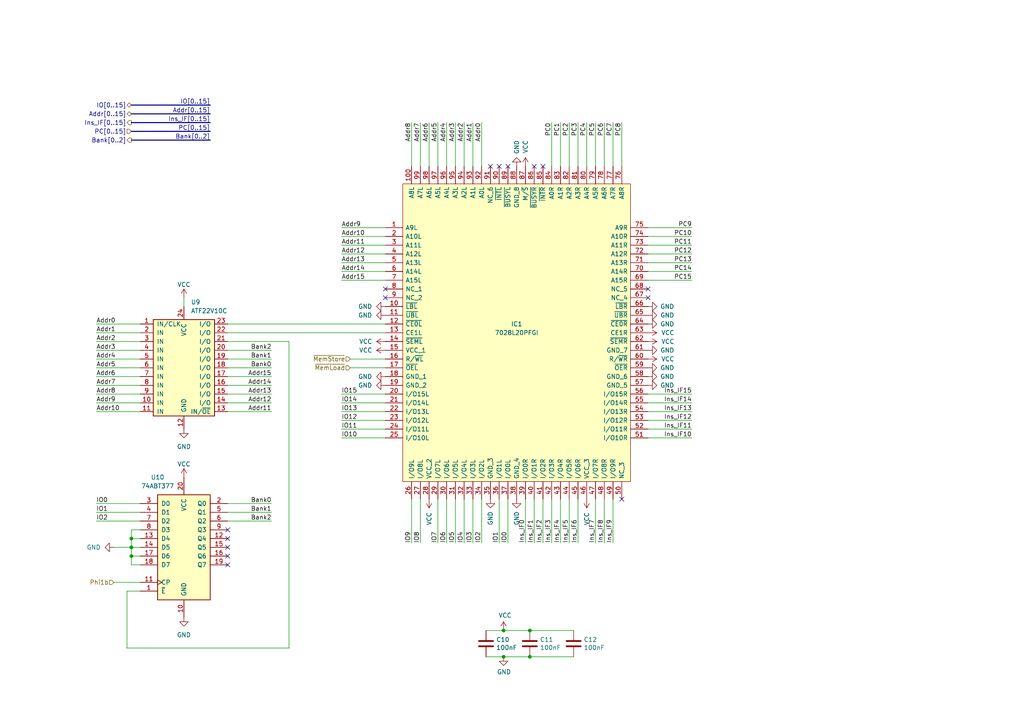
<source format=kicad_sch>
(kicad_sch (version 20211123) (generator eeschema)
  (paper "A4")
  (title_block (title "Turtle16: RAM") (date "2022-04-12") (rev "A (584b6b4f)") (comment 3 "instruction on the second read port.") (comment 4 "RAM is implemented with a 64K x 16 dual port SRAM so that the IF stage can fetch an"))
  (lib_symbols
    (symbol "74xx:74LS377" (pin_names (offset 1.016))
      (property "Reference" "U" (at -7.62 16.51 0))
      (property "Value" "74LS377" (at -7.62 -16.51 0))
      (symbol "74LS377_1_0"
        (pin input line (at -12.7 -12.7 0) (length 5.08) (name "~{E}") (number "1"))
        (pin power_in line (at 0 -20.32 90) (length 5.08) (name "GND") (number "10"))
        (pin input clock (at -12.7 -10.16 0) (length 5.08) (name "CP") (number "11"))
        (pin output line (at 12.7 2.54 180) (length 5.08) (name "Q4") (number "12"))
        (pin input line (at -12.7 2.54 0) (length 5.08) (name "D4") (number "13"))
        (pin input line (at -12.7 0 0) (length 5.08) (name "D5") (number "14"))
        (pin output line (at 12.7 0 180) (length 5.08) (name "Q5") (number "15"))
        (pin output line (at 12.7 -2.54 180) (length 5.08) (name "Q6") (number "16"))
        (pin input line (at -12.7 -2.54 0) (length 5.08) (name "D6") (number "17"))
        (pin input line (at -12.7 -5.08 0) (length 5.08) (name "D7") (number "18"))
        (pin output line (at 12.7 -5.08 180) (length 5.08) (name "Q7") (number "19"))
        (pin output line (at 12.7 12.7 180) (length 5.08) (name "Q0") (number "2"))
        (pin power_in line (at 0 20.32 270) (length 5.08) (name "VCC") (number "20"))
        (pin input line (at -12.7 12.7 0) (length 5.08) (name "D0") (number "3"))
        (pin input line (at -12.7 10.16 0) (length 5.08) (name "D1") (number "4"))
        (pin output line (at 12.7 10.16 180) (length 5.08) (name "Q1") (number "5"))
        (pin output line (at 12.7 7.62 180) (length 5.08) (name "Q2") (number "6"))
        (pin input line (at -12.7 7.62 0) (length 5.08) (name "D2") (number "7"))
        (pin input line (at -12.7 5.08 0) (length 5.08) (name "D3") (number "8"))
        (pin output line (at 12.7 5.08 180) (length 5.08) (name "Q3") (number "9"))
      )
      (symbol "74LS377_1_1"
        (rectangle (start -7.62 15.24) (end 7.62 -15.24) (stroke (width 0.254)) (fill (type background)))
      )
    )
    (symbol "Device:C" (pin_numbers hide) (pin_names (offset 0.254))
      (property "Reference" "C" (at 0.635 2.54 0))
      (property "Value" "C" (at 0.635 -2.54 0))
      (symbol "C_0_1"
        (polyline (pts (xy -2.032 -0.762) (xy 2.032 -0.762)) (stroke (width 0.508)))
        (polyline (pts (xy -2.032 0.762) (xy 2.032 0.762)) (stroke (width 0.508)))
      )
      (symbol "C_1_1"
        (pin passive line (at 0 3.81 270) (length 2.794) (name "~") (number "1"))
        (pin passive line (at 0 -3.81 90) (length 2.794) (name "~") (number "2"))
      )
    )
    (symbol "MEMModule-rescue:ATF22V10C-Logic_Programmable" (pin_names (offset 1.016))
      (property "Reference" "U" (at -7.62 17.78 0))
      (property "Value" "ATF22V10C-Logic_Programmable" (at -7.62 15.24 0))
      (symbol "ATF22V10C-Logic_Programmable_1_1"
        (rectangle (start -8.89 -15.24) (end 8.89 12.7) (stroke (width 0.254)) (fill (type background)))
        (pin input line (at -12.7 11.43 0) (length 3.81) (name "IN/CLK") (number "1"))
        (pin input line (at -12.7 -11.43 0) (length 3.81) (name "IN") (number "10"))
        (pin input line (at -12.7 -13.97 0) (length 3.81) (name "IN") (number "11"))
        (pin power_in line (at 0 -19.05 90) (length 3.81) (name "GND") (number "12"))
        (pin input line (at 12.7 -13.97 180) (length 3.81) (name "IN/~{OE}") (number "13"))
        (pin passive line (at 12.7 -11.43 180) (length 3.81) (name "I/O") (number "14"))
        (pin passive line (at 12.7 -8.89 180) (length 3.81) (name "I/O") (number "15"))
        (pin passive line (at 12.7 -6.35 180) (length 3.81) (name "I/O") (number "16"))
        (pin passive line (at 12.7 -3.81 180) (length 3.81) (name "I/O") (number "17"))
        (pin passive line (at 12.7 -1.27 180) (length 3.81) (name "I/O") (number "18"))
        (pin passive line (at 12.7 1.27 180) (length 3.81) (name "I/O") (number "19"))
        (pin input line (at -12.7 8.89 0) (length 3.81) (name "IN") (number "2"))
        (pin passive line (at 12.7 3.81 180) (length 3.81) (name "I/O") (number "20"))
        (pin passive line (at 12.7 6.35 180) (length 3.81) (name "I/O") (number "21"))
        (pin passive line (at 12.7 8.89 180) (length 3.81) (name "I/O") (number "22"))
        (pin passive line (at 12.7 11.43 180) (length 3.81) (name "I/O") (number "23"))
        (pin power_in line (at 0 16.51 270) (length 3.81) (name "VCC") (number "24"))
        (pin input line (at -12.7 6.35 0) (length 3.81) (name "IN") (number "3"))
        (pin input line (at -12.7 3.81 0) (length 3.81) (name "IN") (number "4"))
        (pin input line (at -12.7 1.27 0) (length 3.81) (name "IN") (number "5"))
        (pin input line (at -12.7 -1.27 0) (length 3.81) (name "IN") (number "6"))
        (pin input line (at -12.7 -3.81 0) (length 3.81) (name "IN") (number "7"))
        (pin input line (at -12.7 -6.35 0) (length 3.81) (name "IN") (number "8"))
        (pin input line (at -12.7 -8.89 0) (length 3.81) (name "IN") (number "9"))
      )
    )
    (symbol "Memory_RAM:7028L20PFGI" (pin_names (offset 0.762))
      (property "Reference" "IC" (at 72.39 17.78 0))
      (property "Value" "7028L20PFGI" (at 72.39 15.24 0))
      (symbol "7028L20PFGI_0_0"
        (pin passive line (at 0 0 0) (length 5.08) (name "A9L") (number "1"))
        (pin passive line (at 0 -22.86 0) (length 5.08) (name "~{LBL}") (number "10"))
        (pin passive line (at 7.62 17.78 270) (length 5.08) (name "A8L") (number "100"))
        (pin passive line (at 0 -25.4 0) (length 5.08) (name "~{UBL}") (number "11"))
        (pin passive line (at 0 -27.94 0) (length 5.08) (name "~{CE0L}") (number "12"))
        (pin passive line (at 0 -30.48 0) (length 5.08) (name "CE1L") (number "13"))
        (pin passive line (at 0 -33.02 0) (length 5.08) (name "~{SEML}") (number "14"))
        (pin passive line (at 0 -35.56 0) (length 5.08) (name "VCC_1") (number "15"))
        (pin passive line (at 0 -38.1 0) (length 5.08) (name "R/~{WL}") (number "16"))
        (pin passive line (at 0 -40.64 0) (length 5.08) (name "~{OEL}") (number "17"))
        (pin passive line (at 0 -43.18 0) (length 5.08) (name "GND_1") (number "18"))
        (pin passive line (at 0 -45.72 0) (length 5.08) (name "GND_2") (number "19"))
        (pin passive line (at 0 -2.54 0) (length 5.08) (name "A10L") (number "2"))
        (pin passive line (at 0 -48.26 0) (length 5.08) (name "I/O15L") (number "20"))
        (pin passive line (at 0 -50.8 0) (length 5.08) (name "I/O14L") (number "21"))
        (pin passive line (at 0 -53.34 0) (length 5.08) (name "I/O13L") (number "22"))
        (pin passive line (at 0 -55.88 0) (length 5.08) (name "I/O12L") (number "23"))
        (pin passive line (at 0 -58.42 0) (length 5.08) (name "I/O11L") (number "24"))
        (pin passive line (at 0 -60.96 0) (length 5.08) (name "I/O10L") (number "25"))
        (pin passive line (at 7.62 -78.74 90) (length 5.08) (name "I/O9L") (number "26"))
        (pin passive line (at 10.16 -78.74 90) (length 5.08) (name "I/O8L") (number "27"))
        (pin passive line (at 12.7 -78.74 90) (length 5.08) (name "VCC_2") (number "28"))
        (pin passive line (at 15.24 -78.74 90) (length 5.08) (name "I/O7L") (number "29"))
        (pin passive line (at 0 -5.08 0) (length 5.08) (name "A11L") (number "3"))
        (pin passive line (at 17.78 -78.74 90) (length 5.08) (name "I/O6L") (number "30"))
        (pin passive line (at 20.32 -78.74 90) (length 5.08) (name "I/O5L") (number "31"))
        (pin passive line (at 22.86 -78.74 90) (length 5.08) (name "I/O4L") (number "32"))
        (pin passive line (at 25.4 -78.74 90) (length 5.08) (name "I/O3L") (number "33"))
        (pin passive line (at 27.94 -78.74 90) (length 5.08) (name "I/O2L") (number "34"))
        (pin passive line (at 30.48 -78.74 90) (length 5.08) (name "GND_3") (number "35"))
        (pin passive line (at 33.02 -78.74 90) (length 5.08) (name "I/O1L") (number "36"))
        (pin passive line (at 35.56 -78.74 90) (length 5.08) (name "I/O0L") (number "37"))
        (pin passive line (at 38.1 -78.74 90) (length 5.08) (name "GND_4") (number "38"))
        (pin passive line (at 40.64 -78.74 90) (length 5.08) (name "I/O0R") (number "39"))
        (pin passive line (at 0 -7.62 0) (length 5.08) (name "A12L") (number "4"))
        (pin passive line (at 43.18 -78.74 90) (length 5.08) (name "I/O1R") (number "40"))
        (pin passive line (at 45.72 -78.74 90) (length 5.08) (name "I/O2R") (number "41"))
        (pin passive line (at 48.26 -78.74 90) (length 5.08) (name "I/O3R") (number "42"))
        (pin passive line (at 50.8 -78.74 90) (length 5.08) (name "I/O4R") (number "43"))
        (pin passive line (at 53.34 -78.74 90) (length 5.08) (name "I/O5R") (number "44"))
        (pin passive line (at 55.88 -78.74 90) (length 5.08) (name "I/O6R") (number "45"))
        (pin passive line (at 58.42 -78.74 90) (length 5.08) (name "VCC_3") (number "46"))
        (pin passive line (at 60.96 -78.74 90) (length 5.08) (name "I/O7R") (number "47"))
        (pin passive line (at 63.5 -78.74 90) (length 5.08) (name "I/O8R") (number "48"))
        (pin passive line (at 66.04 -78.74 90) (length 5.08) (name "I/O9R") (number "49"))
        (pin passive line (at 0 -10.16 0) (length 5.08) (name "A13L") (number "5"))
        (pin passive line (at 68.58 -78.74 90) (length 5.08) (name "NC_3") (number "50"))
        (pin passive line (at 76.2 -60.96 180) (length 5.08) (name "I/O10R") (number "51"))
        (pin passive line (at 76.2 -58.42 180) (length 5.08) (name "I/O11R") (number "52"))
        (pin passive line (at 76.2 -55.88 180) (length 5.08) (name "I/O12R") (number "53"))
        (pin passive line (at 76.2 -53.34 180) (length 5.08) (name "I/O13R") (number "54"))
        (pin passive line (at 76.2 -50.8 180) (length 5.08) (name "I/O14R") (number "55"))
        (pin passive line (at 76.2 -48.26 180) (length 5.08) (name "I/O15R") (number "56"))
        (pin passive line (at 76.2 -45.72 180) (length 5.08) (name "GND_5") (number "57"))
        (pin passive line (at 76.2 -43.18 180) (length 5.08) (name "GND_6") (number "58"))
        (pin passive line (at 76.2 -40.64 180) (length 5.08) (name "~{OER}") (number "59"))
        (pin passive line (at 0 -12.7 0) (length 5.08) (name "A14L") (number "6"))
        (pin passive line (at 76.2 -38.1 180) (length 5.08) (name "R/~{WR}") (number "60"))
        (pin passive line (at 76.2 -35.56 180) (length 5.08) (name "GND_7") (number "61"))
        (pin passive line (at 76.2 -33.02 180) (length 5.08) (name "~{SEMR}") (number "62"))
        (pin passive line (at 76.2 -30.48 180) (length 5.08) (name "CE1R") (number "63"))
        (pin passive line (at 76.2 -27.94 180) (length 5.08) (name "~{CE0R}") (number "64"))
        (pin passive line (at 76.2 -25.4 180) (length 5.08) (name "~{UBR}") (number "65"))
        (pin passive line (at 76.2 -22.86 180) (length 5.08) (name "~{LBR}") (number "66"))
        (pin passive line (at 76.2 -20.32 180) (length 5.08) (name "NC_4") (number "67"))
        (pin passive line (at 76.2 -17.78 180) (length 5.08) (name "NC_5") (number "68"))
        (pin passive line (at 76.2 -15.24 180) (length 5.08) (name "A15R") (number "69"))
        (pin passive line (at 0 -15.24 0) (length 5.08) (name "A15L") (number "7"))
        (pin passive line (at 76.2 -12.7 180) (length 5.08) (name "A14R") (number "70"))
        (pin passive line (at 76.2 -10.16 180) (length 5.08) (name "A13R") (number "71"))
        (pin passive line (at 76.2 -7.62 180) (length 5.08) (name "A12R") (number "72"))
        (pin passive line (at 76.2 -5.08 180) (length 5.08) (name "A11R") (number "73"))
        (pin passive line (at 76.2 -2.54 180) (length 5.08) (name "A10R") (number "74"))
        (pin passive line (at 76.2 0 180) (length 5.08) (name "A9R") (number "75"))
        (pin passive line (at 68.58 17.78 270) (length 5.08) (name "A8R") (number "76"))
        (pin passive line (at 66.04 17.78 270) (length 5.08) (name "A7R") (number "77"))
        (pin passive line (at 63.5 17.78 270) (length 5.08) (name "A6R") (number "78"))
        (pin passive line (at 60.96 17.78 270) (length 5.08) (name "A5R") (number "79"))
        (pin passive line (at 0 -17.78 0) (length 5.08) (name "NC_1") (number "8"))
        (pin passive line (at 58.42 17.78 270) (length 5.08) (name "A4R") (number "80"))
        (pin passive line (at 55.88 17.78 270) (length 5.08) (name "A3R") (number "81"))
        (pin passive line (at 53.34 17.78 270) (length 5.08) (name "A2R") (number "82"))
        (pin passive line (at 50.8 17.78 270) (length 5.08) (name "A1R") (number "83"))
        (pin passive line (at 48.26 17.78 270) (length 5.08) (name "A0R") (number "84"))
        (pin passive line (at 45.72 17.78 270) (length 5.08) (name "~{INTR}") (number "85"))
        (pin passive line (at 43.18 17.78 270) (length 5.08) (name "~{BUSYR}") (number "86"))
        (pin passive line (at 40.64 17.78 270) (length 5.08) (name "M/~{S}") (number "87"))
        (pin passive line (at 38.1 17.78 270) (length 5.08) (name "GND_8") (number "88"))
        (pin passive line (at 35.56 17.78 270) (length 5.08) (name "~{BUSYL}") (number "89"))
        (pin passive line (at 0 -20.32 0) (length 5.08) (name "NC_2") (number "9"))
        (pin passive line (at 33.02 17.78 270) (length 5.08) (name "~{INTL}") (number "90"))
        (pin passive line (at 30.48 17.78 270) (length 5.08) (name "NC_6") (number "91"))
        (pin passive line (at 27.94 17.78 270) (length 5.08) (name "A0L") (number "92"))
        (pin passive line (at 25.4 17.78 270) (length 5.08) (name "A1L") (number "93"))
        (pin passive line (at 22.86 17.78 270) (length 5.08) (name "A2L") (number "94"))
        (pin passive line (at 20.32 17.78 270) (length 5.08) (name "A3L") (number "95"))
        (pin passive line (at 17.78 17.78 270) (length 5.08) (name "A4L") (number "96"))
        (pin passive line (at 15.24 17.78 270) (length 5.08) (name "A5L") (number "97"))
        (pin passive line (at 12.7 17.78 270) (length 5.08) (name "A6L") (number "98"))
        (pin passive line (at 10.16 17.78 270) (length 5.08) (name "A7L") (number "99"))
      )
      (symbol "7028L20PFGI_0_1"
        (polyline (pts (xy 5.08 12.7) (xy 71.12 12.7) (xy 71.12 -73.66) (xy 5.08 -73.66) (xy 5.08 12.7)) (stroke (width 0.1524)) (fill (type background)))
      )
    )
    (symbol "power:GND" (power) (pin_names (offset 0))
      (property "Value" "GND" (at 0 -3.81 0))
      (symbol "GND_0_1"
        (polyline (pts (xy 0 0) (xy 0 -1.27) (xy 1.27 -1.27) (xy 0 -2.54) (xy -1.27 -1.27) (xy 0 -1.27)))
      )
      (symbol "GND_1_1"
        (pin power_in line (at 0 0 270) (length 0) hide (name "GND") (number "1"))
      )
    )
    (symbol "power:VCC" (power) (pin_names (offset 0))
      (property "Value" "VCC" (at 0 3.81 0))
      (symbol "VCC_0_1"
        (polyline (pts (xy -0.762 1.27) (xy 0 2.54)))
        (polyline (pts (xy 0 0) (xy 0 2.54)))
        (polyline (pts (xy 0 2.54) (xy 0.762 1.27)))
      )
      (symbol "VCC_1_1"
        (pin power_in line (at 0 0 90) (length 0) hide (name "VCC") (number "1"))
      )
    )
  )
  (junction (at 146.05 182.88))
  (junction (at 38.1 156.21))
  (junction (at 146.05 190.5))
  (junction (at 153.67 182.88))
  (junction (at 153.67 190.5))
  (junction (at 38.1 161.29))
  (junction (at 38.1 158.75))
  (no_connect (at 66.04 153.67))
  (no_connect (at 66.04 156.21))
  (no_connect (at 66.04 158.75))
  (no_connect (at 66.04 161.29))
  (no_connect (at 66.04 163.83))
  (no_connect (at 157.48 48.26))
  (no_connect (at 154.94 48.26))
  (no_connect (at 144.78 48.26))
  (no_connect (at 147.32 48.26))
  (no_connect (at 111.76 83.82))
  (no_connect (at 111.76 86.36))
  (no_connect (at 180.34 144.78))
  (no_connect (at 142.24 48.26))
  (no_connect (at 187.96 83.82))
  (no_connect (at 187.96 86.36))
  (wire (pts (xy 27.94 146.05) (xy 40.64 146.05)))
  (bus (pts (xy 38.1 40.64) (xy 60.96 40.64)))
  (wire (pts (xy 27.94 101.6) (xy 40.64 101.6)))
  (wire (pts (xy 27.94 114.3) (xy 40.64 114.3)))
  (wire (pts (xy 27.94 151.13) (xy 40.64 151.13)))
  (wire (pts (xy 180.34 35.56) (xy 180.34 48.26)))
  (wire (pts (xy 38.1 161.29) (xy 38.1 163.83)))
  (wire (pts (xy 78.74 116.84) (xy 66.04 116.84)))
  (wire (pts (xy 83.82 187.96) (xy 36.83 187.96)))
  (wire (pts (xy 200.66 127) (xy 187.96 127)))
  (wire (pts (xy 66.04 99.06) (xy 83.82 99.06)))
  (wire (pts (xy 27.94 119.38) (xy 40.64 119.38)))
  (wire (pts (xy 27.94 148.59) (xy 40.64 148.59)))
  (wire (pts (xy 27.94 104.14) (xy 40.64 104.14)))
  (wire (pts (xy 78.74 114.3) (xy 66.04 114.3)))
  (wire (pts (xy 99.06 114.3) (xy 111.76 114.3)))
  (wire (pts (xy 134.62 157.48) (xy 134.62 144.78)))
  (wire (pts (xy 144.78 157.48) (xy 144.78 144.78)))
  (wire (pts (xy 167.64 157.48) (xy 167.64 144.78)))
  (wire (pts (xy 124.46 35.56) (xy 124.46 48.26)))
  (wire (pts (xy 132.08 157.48) (xy 132.08 144.78)))
  (wire (pts (xy 27.94 93.98) (xy 40.64 93.98)))
  (wire (pts (xy 27.94 109.22) (xy 40.64 109.22)))
  (bus (pts (xy 38.1 35.56) (xy 60.96 35.56)))
  (wire (pts (xy 119.38 35.56) (xy 119.38 48.26)))
  (wire (pts (xy 167.64 35.56) (xy 167.64 48.26)))
  (wire (pts (xy 36.83 171.45) (xy 40.64 171.45)))
  (wire (pts (xy 38.1 158.75) (xy 38.1 161.29)))
  (wire (pts (xy 162.56 35.56) (xy 162.56 48.26)))
  (wire (pts (xy 78.74 151.13) (xy 66.04 151.13)))
  (wire (pts (xy 27.94 96.52) (xy 40.64 96.52)))
  (wire (pts (xy 200.66 124.46) (xy 187.96 124.46)))
  (wire (pts (xy 99.06 68.58) (xy 111.76 68.58)))
  (wire (pts (xy 99.06 78.74) (xy 111.76 78.74)))
  (wire (pts (xy 99.06 119.38) (xy 111.76 119.38)))
  (wire (pts (xy 78.74 101.6) (xy 66.04 101.6)))
  (wire (pts (xy 53.34 86.36) (xy 53.34 88.9)))
  (wire (pts (xy 129.54 157.48) (xy 129.54 144.78)))
  (wire (pts (xy 200.66 78.74) (xy 187.96 78.74)))
  (wire (pts (xy 40.64 153.67) (xy 38.1 153.67)))
  (wire (pts (xy 175.26 157.48) (xy 175.26 144.78)))
  (wire (pts (xy 33.02 168.91) (xy 40.64 168.91)))
  (wire (pts (xy 140.97 182.88) (xy 146.05 182.88)))
  (wire (pts (xy 172.72 35.56) (xy 172.72 48.26)))
  (wire (pts (xy 99.06 73.66) (xy 111.76 73.66)))
  (wire (pts (xy 200.66 76.2) (xy 187.96 76.2)))
  (wire (pts (xy 200.66 71.12) (xy 187.96 71.12)))
  (wire (pts (xy 200.66 81.28) (xy 187.96 81.28)))
  (wire (pts (xy 147.32 157.48) (xy 147.32 144.78)))
  (wire (pts (xy 121.92 157.48) (xy 121.92 144.78)))
  (wire (pts (xy 129.54 35.56) (xy 129.54 48.26)))
  (wire (pts (xy 78.74 146.05) (xy 66.04 146.05)))
  (wire (pts (xy 177.8 157.48) (xy 177.8 144.78)))
  (wire (pts (xy 99.06 121.92) (xy 111.76 121.92)))
  (wire (pts (xy 78.74 119.38) (xy 66.04 119.38)))
  (wire (pts (xy 83.82 99.06) (xy 83.82 187.96)))
  (wire (pts (xy 66.04 93.98) (xy 111.76 93.98)))
  (wire (pts (xy 170.18 35.56) (xy 170.18 48.26)))
  (wire (pts (xy 99.06 71.12) (xy 111.76 71.12)))
  (wire (pts (xy 38.1 161.29) (xy 40.64 161.29)))
  (wire (pts (xy 137.16 35.56) (xy 137.16 48.26)))
  (wire (pts (xy 132.08 35.56) (xy 132.08 48.26)))
  (wire (pts (xy 153.67 190.5) (xy 146.05 190.5)))
  (wire (pts (xy 200.66 68.58) (xy 187.96 68.58)))
  (wire (pts (xy 200.66 121.92) (xy 187.96 121.92)))
  (wire (pts (xy 38.1 153.67) (xy 38.1 156.21)))
  (wire (pts (xy 121.92 35.56) (xy 121.92 48.26)))
  (wire (pts (xy 200.66 73.66) (xy 187.96 73.66)))
  (wire (pts (xy 27.94 106.68) (xy 40.64 106.68)))
  (wire (pts (xy 172.72 157.48) (xy 172.72 144.78)))
  (wire (pts (xy 127 157.48) (xy 127 144.78)))
  (wire (pts (xy 166.37 190.5) (xy 153.67 190.5)))
  (wire (pts (xy 27.94 111.76) (xy 40.64 111.76)))
  (wire (pts (xy 27.94 99.06) (xy 40.64 99.06)))
  (bus (pts (xy 38.1 38.1) (xy 60.96 38.1)))
  (wire (pts (xy 200.66 114.3) (xy 187.96 114.3)))
  (wire (pts (xy 99.06 127) (xy 111.76 127)))
  (wire (pts (xy 137.16 157.48) (xy 137.16 144.78)))
  (wire (pts (xy 36.83 187.96) (xy 36.83 171.45)))
  (wire (pts (xy 175.26 35.56) (xy 175.26 48.26)))
  (wire (pts (xy 78.74 104.14) (xy 66.04 104.14)))
  (wire (pts (xy 38.1 158.75) (xy 40.64 158.75)))
  (wire (pts (xy 165.1 35.56) (xy 165.1 48.26)))
  (wire (pts (xy 38.1 156.21) (xy 38.1 158.75)))
  (wire (pts (xy 38.1 156.21) (xy 40.64 156.21)))
  (wire (pts (xy 99.06 81.28) (xy 111.76 81.28)))
  (wire (pts (xy 119.38 157.48) (xy 119.38 144.78)))
  (wire (pts (xy 78.74 148.59) (xy 66.04 148.59)))
  (wire (pts (xy 101.6 104.14) (xy 111.76 104.14)))
  (wire (pts (xy 177.8 35.56) (xy 177.8 48.26)))
  (wire (pts (xy 162.56 157.48) (xy 162.56 144.78)))
  (wire (pts (xy 78.74 109.22) (xy 66.04 109.22)))
  (wire (pts (xy 27.94 116.84) (xy 40.64 116.84)))
  (wire (pts (xy 154.94 157.48) (xy 154.94 144.78)))
  (wire (pts (xy 146.05 182.88) (xy 153.67 182.88)))
  (wire (pts (xy 38.1 163.83) (xy 40.64 163.83)))
  (wire (pts (xy 78.74 111.76) (xy 66.04 111.76)))
  (wire (pts (xy 66.04 96.52) (xy 111.76 96.52)))
  (wire (pts (xy 127 35.56) (xy 127 48.26)))
  (wire (pts (xy 200.66 116.84) (xy 187.96 116.84)))
  (wire (pts (xy 139.7 35.56) (xy 139.7 48.26)))
  (wire (pts (xy 99.06 124.46) (xy 111.76 124.46)))
  (wire (pts (xy 78.74 106.68) (xy 66.04 106.68)))
  (wire (pts (xy 146.05 190.5) (xy 140.97 190.5)))
  (wire (pts (xy 160.02 35.56) (xy 160.02 48.26)))
  (wire (pts (xy 134.62 35.56) (xy 134.62 48.26)))
  (wire (pts (xy 99.06 76.2) (xy 111.76 76.2)))
  (wire (pts (xy 157.48 157.48) (xy 157.48 144.78)))
  (wire (pts (xy 99.06 116.84) (xy 111.76 116.84)))
  (wire (pts (xy 165.1 157.48) (xy 165.1 144.78)))
  (wire (pts (xy 160.02 157.48) (xy 160.02 144.78)))
  (wire (pts (xy 153.67 182.88) (xy 166.37 182.88)))
  (bus (pts (xy 38.1 30.48) (xy 60.96 30.48)))
  (wire (pts (xy 33.02 158.75) (xy 38.1 158.75)))
  (wire (pts (xy 139.7 157.48) (xy 139.7 144.78)))
  (wire (pts (xy 101.6 106.68) (xy 111.76 106.68)))
  (bus (pts (xy 38.1 33.02) (xy 60.96 33.02)))
  (wire (pts (xy 200.66 119.38) (xy 187.96 119.38)))
  (wire (pts (xy 99.06 66.04) (xy 111.76 66.04)))
  (wire (pts (xy 200.66 66.04) (xy 187.96 66.04)))
  (wire (pts (xy 152.4 157.48) (xy 152.4 144.78)))
  (label "Ins_IF8" (at 175.26 157.48 90))
  (label "Ins_IF1" (at 154.94 157.48 90))
  (label "Addr0" (at 139.7 35.56 270))
  (label "Bank0" (at 78.74 146.05 180))
  (label "IO0" (at 147.32 157.48 90))
  (label "Ins_IF4" (at 162.56 157.48 90))
  (label "PC1" (at 162.56 35.56 270))
  (label "IO5" (at 132.08 157.48 90))
  (label "Ins_IF7" (at 172.72 157.48 90))
  (label "Bank2" (at 78.74 101.6 180))
  (label "IO0" (at 27.94 146.05 0))
  (label "IO2" (at 139.7 157.48 90))
  (label "Addr2" (at 134.62 35.56 270))
  (label "IO[0..15]" (at 60.96 30.48 180))
  (label "Ins_IF3" (at 160.02 157.48 90))
  (label "Ins_IF14" (at 200.66 116.84 180))
  (label "Bank2" (at 78.74 151.13 180))
  (label "IO1" (at 27.94 148.59 0))
  (label "Addr12" (at 78.74 116.84 180))
  (label "Ins_IF6" (at 167.64 157.48 90))
  (label "Ins_IF11" (at 200.66 124.46 180))
  (label "IO14" (at 99.06 116.84 0))
  (label "PC7" (at 177.8 35.56 270))
  (label "PC13" (at 200.66 76.2 180))
  (label "PC15" (at 200.66 81.28 180))
  (label "Addr9" (at 27.94 116.84 0))
  (label "Ins_IF12" (at 200.66 121.92 180))
  (label "Addr9" (at 99.06 66.04 0))
  (label "Bank[0..2]" (at 60.96 40.64 180))
  (label "Addr6" (at 124.46 35.56 270))
  (label "Addr13" (at 99.06 76.2 0))
  (label "PC[0..15]" (at 60.96 38.1 180))
  (label "Addr7" (at 121.92 35.56 270))
  (label "IO13" (at 99.06 119.38 0))
  (label "Addr5" (at 27.94 106.68 0))
  (label "PC4" (at 170.18 35.56 270))
  (label "Addr0" (at 27.94 93.98 0))
  (label "Ins_IF15" (at 200.66 114.3 180))
  (label "Addr14" (at 99.06 78.74 0))
  (label "Addr11" (at 99.06 71.12 0))
  (label "Ins_IF0" (at 152.4 157.48 90))
  (label "Addr10" (at 27.94 119.38 0))
  (label "Addr2" (at 27.94 99.06 0))
  (label "IO1" (at 144.78 157.48 90))
  (label "Bank1" (at 78.74 148.59 180))
  (label "IO15" (at 99.06 114.3 0))
  (label "Ins_IF[0..15]" (at 60.96 35.56 180))
  (label "Addr15" (at 99.06 81.28 0))
  (label "PC9" (at 200.66 66.04 180))
  (label "Addr14" (at 78.74 111.76 180))
  (label "Addr4" (at 27.94 104.14 0))
  (label "Addr7" (at 27.94 111.76 0))
  (label "Ins_IF2" (at 157.48 157.48 90))
  (label "Ins_IF10" (at 200.66 127 180))
  (label "IO8" (at 121.92 157.48 90))
  (label "IO6" (at 129.54 157.48 90))
  (label "Bank1" (at 78.74 104.14 180))
  (label "Ins_IF5" (at 165.1 157.48 90))
  (label "Ins_IF9" (at 177.8 157.48 90))
  (label "PC5" (at 172.72 35.56 270))
  (label "Addr15" (at 78.74 109.22 180))
  (label "IO7" (at 127 157.48 90))
  (label "Addr6" (at 27.94 109.22 0))
  (label "Addr12" (at 99.06 73.66 0))
  (label "Addr1" (at 137.16 35.56 270))
  (label "Addr10" (at 99.06 68.58 0))
  (label "Addr11" (at 78.74 119.38 180))
  (label "IO11" (at 99.06 124.46 0))
  (label "PC2" (at 165.1 35.56 270))
  (label "PC0" (at 160.02 35.56 270))
  (label "PC6" (at 175.26 35.56 270))
  (label "Ins_IF13" (at 200.66 119.38 180))
  (label "IO4" (at 134.62 157.48 90))
  (label "PC10" (at 200.66 68.58 180))
  (label "Addr8" (at 27.94 114.3 0))
  (label "Addr3" (at 132.08 35.56 270))
  (label "Bank0" (at 78.74 106.68 180))
  (label "IO2" (at 27.94 151.13 0))
  (label "PC3" (at 167.64 35.56 270))
  (label "PC14" (at 200.66 78.74 180))
  (label "Addr13" (at 78.74 114.3 180))
  (label "IO12" (at 99.06 121.92 0))
  (label "Addr[0..15]" (at 60.96 33.02 180))
  (label "Addr4" (at 129.54 35.56 270))
  (label "Addr5" (at 127 35.56 270))
  (label "Addr3" (at 27.94 101.6 0))
  (label "Addr1" (at 27.94 96.52 0))
  (label "PC11" (at 200.66 71.12 180))
  (label "Addr8" (at 119.38 35.56 270))
  (label "IO3" (at 137.16 157.48 90))
  (label "PC12" (at 200.66 73.66 180))
  (label "PC8" (at 180.34 35.56 270))
  (label "IO9" (at 119.38 157.48 90))
  (label "IO10" (at 99.06 127 0))
  (hierarchical_label "IO[0..15]" (shape tri_state) (at 38.1 30.48 180))
  (hierarchical_label "Bank[0..2]" (shape output) (at 38.1 40.64 180))
  (hierarchical_label "PC[0..15]" (shape input) (at 38.1 38.1 180))
  (hierarchical_label "Phi1b" (shape input) (at 33.02 168.91 180))
  (hierarchical_label "Addr[0..15]" (shape tri_state) (at 38.1 33.02 180))
  (hierarchical_label "Ins_IF[0..15]" (shape output) (at 38.1 35.56 180))
  (hierarchical_label "~{MemStore}" (shape input) (at 101.6 104.14 180))
  (hierarchical_label "~{MemLoad}" (shape input) (at 101.6 106.68 180))
  (symbol (lib_id "power:GND") (at 149.86 144.78 0) (unit 1)
    (property "Reference" "#PWR0128" (effects hide))
    (property "Value" "GND" (at 149.86 152.4 90) (effects (justify left)))
  )
  (symbol (lib_id "power:VCC") (at 170.18 144.78 0) (mirror x) (unit 1)
    (property "Reference" "#PWR0130" (effects hide))
    (property "Value" "VCC" (at 170.18 152.4 90) (effects (justify right)))
  )
  (symbol (lib_id "power:GND") (at 187.96 101.6 90) (unit 1)
    (property "Reference" "#PWR0136" (effects hide))
    (property "Value" "GND" (at 195.58 101.6 90) (effects (justify left)))
  )
  (symbol (lib_id "Device:C") (at 140.97 186.69 0) (unit 1)
    (property "Reference" "C10" (at 143.891 185.5216 0) (effects (justify left)))
    (property "Value" "100nF" (at 143.891 187.833 0) (effects (justify left)))
    (property "Footprint" "Capacitor_SMD:C_0603_1608Metric_Pad1.08x0.95mm_HandSolder" (effects hide))
    (property "Mouser" "https://www.mouser.com/ProductDetail/963-EMK107B7104KAHT" (effects hide))
  )
  (symbol (lib_id "Device:C") (at 153.67 186.69 0) (unit 1)
    (property "Reference" "C11" (at 156.591 185.5216 0) (effects (justify left)))
    (property "Value" "100nF" (at 156.591 187.833 0) (effects (justify left)))
    (property "Footprint" "Capacitor_SMD:C_0603_1608Metric_Pad1.08x0.95mm_HandSolder" (effects hide))
    (property "Mouser" "https://www.mouser.com/ProductDetail/963-EMK107B7104KAHT" (effects hide))
  )
  (symbol (lib_id "power:GND") (at 187.96 106.68 90) (unit 1)
    (property "Reference" "#PWR0138" (effects hide))
    (property "Value" "GND" (at 195.58 106.68 90) (effects (justify left)))
  )
  (symbol (lib_id "power:GND") (at 33.02 158.75 270) (unit 1)
    (property "Reference" "#PWR0112" (effects hide))
    (property "Value" "GND" (at 29.21 158.7499 90) (effects (justify right)))
  )
  (symbol (lib_id "74xx:74LS377") (at 53.34 158.75 0) (unit 1)
    (property "Reference" "U10" (at 45.72 138.43 0))
    (property "Value" "74ABT377" (at 45.72 140.97 0))
    (property "Footprint" "Package_SO:TSSOP-20_4.4x6.5mm_P0.65mm" (effects hide))
    (property "Datasheet" "http://www.ti.com/lit/gpn/sn74LS377" (effects hide))
    (property "Mouser" "https://www.mouser.com/ProductDetail/Texas-Instruments/SN74ABT377APWR?qs=LzFo6vGRJ4tDfpbrS0MCHg%3D%3D" (effects hide))
  )
  (symbol (lib_id "power:VCC") (at 187.96 96.52 270) (mirror x) (unit 1)
    (property "Reference" "#PWR0134" (effects hide))
    (property "Value" "VCC" (at 191.77 96.5199 90) (effects (justify left)))
  )
  (symbol (lib_id "power:GND") (at 53.34 179.07 0) (unit 1)
    (property "Reference" "#PWR0116" (effects hide))
    (property "Value" "GND" (at 53.34 184.15 0))
  )
  (symbol (lib_id "power:VCC") (at 187.96 99.06 270) (mirror x) (unit 1)
    (property "Reference" "#PWR0135" (effects hide))
    (property "Value" "VCC" (at 191.77 99.0599 90) (effects (justify left)))
  )
  (symbol (lib_id "power:GND") (at 53.34 124.46 0) (unit 1)
    (property "Reference" "#PWR0114" (effects hide))
    (property "Value" "GND" (at 53.34 129.54 0))
  )
  (symbol (lib_id "power:VCC") (at 111.76 99.06 90) (mirror x) (unit 1)
    (property "Reference" "#PWR0119" (effects hide))
    (property "Value" "VCC" (at 104.14 99.06 90) (effects (justify right)))
  )
  (symbol (lib_id "power:VCC") (at 111.76 101.6 90) (mirror x) (unit 1)
    (property "Reference" "#PWR0120" (effects hide))
    (property "Value" "VCC" (at 104.14 101.6 90) (effects (justify right)))
  )
  (symbol (lib_id "power:GND") (at 187.96 88.9 90) (unit 1)
    (property "Reference" "#PWR0131" (effects hide))
    (property "Value" "GND" (at 195.58 88.9 90) (effects (justify left)))
  )
  (symbol (lib_id "power:VCC") (at 53.34 86.36 0) (unit 1)
    (property "Reference" "#PWR0113" (effects hide))
    (property "Value" "VCC" (at 53.34 82.55 0))
  )
  (symbol (lib_id "power:GND") (at 187.96 109.22 90) (unit 1)
    (property "Reference" "#PWR0139" (effects hide))
    (property "Value" "GND" (at 195.58 109.22 90) (effects (justify left)))
  )
  (symbol (lib_id "Device:C") (at 166.37 186.69 0) (unit 1)
    (property "Reference" "C12" (at 169.291 185.5216 0) (effects (justify left)))
    (property "Value" "100nF" (at 169.291 187.833 0) (effects (justify left)))
    (property "Footprint" "Capacitor_SMD:C_0603_1608Metric_Pad1.08x0.95mm_HandSolder" (effects hide))
    (property "Mouser" "https://www.mouser.com/ProductDetail/963-EMK107B7104KAHT" (effects hide))
  )
  (symbol (lib_id "power:GND") (at 146.05 190.5 0) (unit 1)
    (property "Reference" "#PWR0126" (effects hide))
    (property "Value" "GND" (at 146.177 194.8942 0))
  )
  (symbol (lib_id "power:GND") (at 111.76 109.22 270) (unit 1)
    (property "Reference" "#PWR0121" (effects hide))
    (property "Value" "GND" (at 107.95 109.2199 90) (effects (justify right)))
  )
  (symbol (lib_id "Memory_RAM:7028L20PFGI") (at 111.76 66.04 0) (unit 1)
    (property "Reference" "IC1" (at 149.86 93.98 0))
    (property "Value" "7028L20PFGI" (at 149.86 96.52 0))
    (property "Footprint" "Package_QFP:TQFP-100_14x14mm_P0.5mm" (effects hide))
    (property "Datasheet" "https://www.idt.com/document/dst/7028-data-sheet" (effects hide))
    (property "Description" "TQFP 14.0 X 14.0 X 1.4 MM" (effects hide))
    (property "Height" "1.6" (effects hide))
    (property "Manufacturer_Name" "IDT" (effects hide))
    (property "Manufacturer_Part_Number" "7028L20PFGI" (effects hide))
    (property "Mouser Part Number" "972-7028L20PFGI" (effects hide))
    (property "Mouser Price/Stock" "https://www.mouser.com/Search/Refine.aspx?Keyword=972-7028L20PFGI" (effects hide))
  )
  (symbol (lib_id "power:VCC") (at 152.4 48.26 0) (mirror y) (unit 1)
    (property "Reference" "#PWR0129" (effects hide))
    (property "Value" "VCC" (at 152.4 40.64 90) (effects (justify right)))
  )
  (symbol (lib_id "power:VCC") (at 53.34 138.43 0) (unit 1)
    (property "Reference" "#PWR0115" (effects hide))
    (property "Value" "VCC" (at 53.34 134.62 0))
  )
  (symbol (lib_id "power:GND") (at 111.76 88.9 270) (unit 1)
    (property "Reference" "#PWR0117" (effects hide))
    (property "Value" "GND" (at 107.95 88.8999 90) (effects (justify right)))
  )
  (symbol (lib_id "power:GND") (at 111.76 111.76 270) (unit 1)
    (property "Reference" "#PWR0122" (effects hide))
    (property "Value" "GND" (at 107.95 111.7599 90) (effects (justify right)))
  )
  (symbol (lib_id "power:VCC") (at 124.46 144.78 0) (mirror x) (unit 1)
    (property "Reference" "#PWR0123" (effects hide))
    (property "Value" "VCC" (at 124.46 152.4 90) (effects (justify right)))
  )
  (symbol (lib_id "power:GND") (at 149.86 48.26 180) (unit 1)
    (property "Reference" "#PWR0127" (effects hide))
    (property "Value" "GND" (at 149.86 40.64 90) (effects (justify left)))
  )
  (symbol (lib_id "power:VCC") (at 187.96 104.14 270) (mirror x) (unit 1)
    (property "Reference" "#PWR0137" (effects hide))
    (property "Value" "VCC" (at 191.77 104.1399 90) (effects (justify left)))
  )
  (symbol (lib_id "power:GND") (at 111.76 91.44 270) (unit 1)
    (property "Reference" "#PWR0118" (effects hide))
    (property "Value" "GND" (at 107.95 91.4399 90) (effects (justify right)))
  )
  (symbol (lib_id "power:VCC") (at 146.05 182.88 0) (unit 1)
    (property "Reference" "#PWR0125" (effects hide))
    (property "Value" "VCC" (at 146.4818 178.4858 0))
  )
  (symbol (lib_id "power:GND") (at 187.96 93.98 90) (unit 1)
    (property "Reference" "#PWR0133" (effects hide))
    (property "Value" "GND" (at 195.58 93.98 90) (effects (justify left)))
  )
  (symbol (lib_id "MEMModule-rescue:ATF22V10C-Logic_Programmable") (at 53.34 105.41 0) (unit 1)
    (property "Reference" "U9" (at 55.3594 87.63 0) (effects (justify left)))
    (property "Value" "ATF22V10C" (at 55.3594 90.17 0) (effects (justify left)))
    (property "Footprint" "Package_DIP:DIP-24_W7.62mm_Socket" (effects hide))
  )
  (symbol (lib_id "power:GND") (at 187.96 111.76 90) (unit 1)
    (property "Reference" "#PWR0140" (effects hide))
    (property "Value" "GND" (at 195.58 111.76 90) (effects (justify left)))
  )
  (symbol (lib_id "power:GND") (at 187.96 91.44 90) (unit 1)
    (property "Reference" "#PWR0132" (effects hide))
    (property "Value" "GND" (at 195.58 91.44 90) (effects (justify left)))
  )
  (symbol (lib_id "power:GND") (at 142.24 144.78 0) (unit 1)
    (property "Reference" "#PWR0124" (effects hide))
    (property "Value" "GND" (at 142.24 152.4 90) (effects (justify left)))
  )
)
</source>
